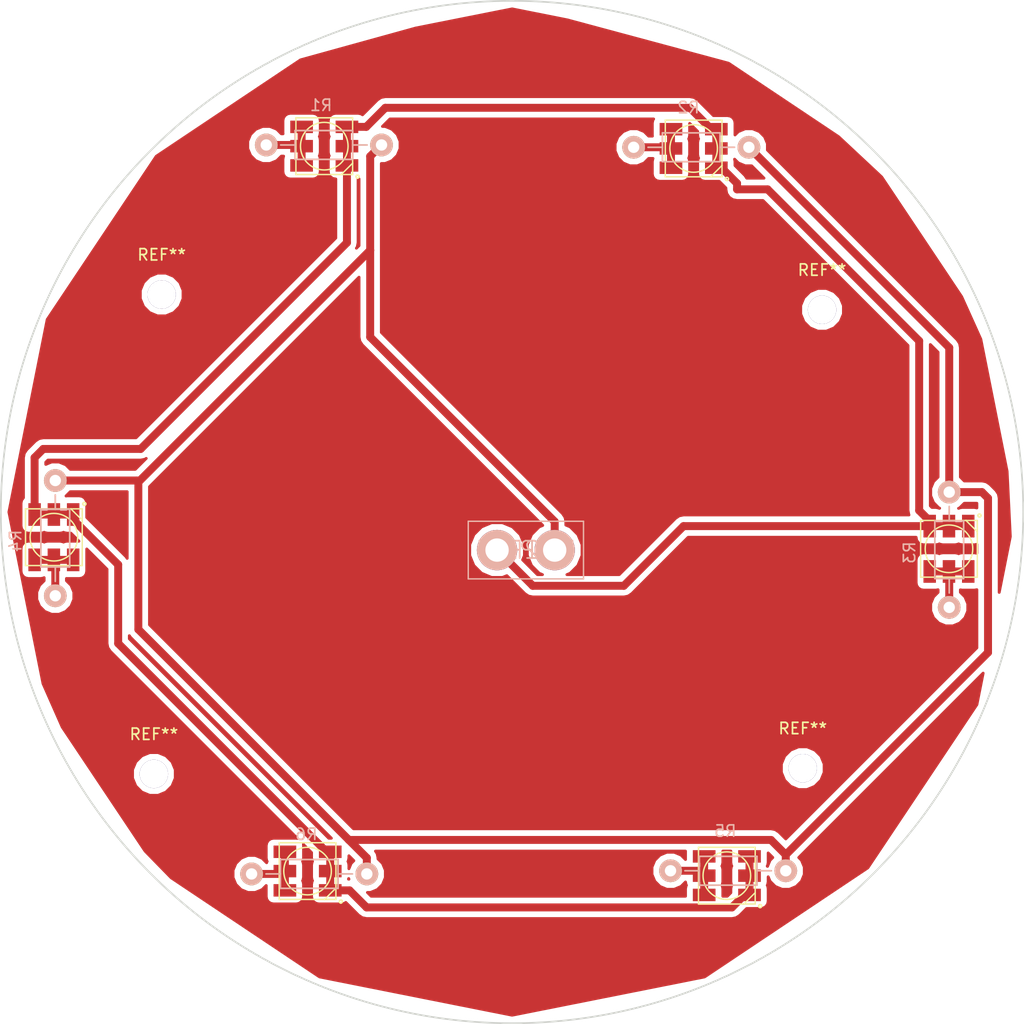
<source format=kicad_pcb>
(kicad_pcb (version 4) (host pcbnew "(2015-11-24 BZR 6329, Git e511afd)-product")

  (general
    (links 42)
    (no_connects 0)
    (area 139.67058 68.06798 229.95022 158.34762)
    (thickness 1.6)
    (drawings 1)
    (tracks 89)
    (zones 0)
    (modules 17)
    (nets 9)
  )

  (page A4)
  (layers
    (0 F.Cu signal)
    (31 B.Cu signal)
    (32 B.Adhes user)
    (33 F.Adhes user)
    (34 B.Paste user)
    (35 F.Paste user)
    (36 B.SilkS user)
    (37 F.SilkS user)
    (38 B.Mask user)
    (39 F.Mask user)
    (40 Dwgs.User user)
    (41 Cmts.User user)
    (42 Eco1.User user)
    (43 Eco2.User user)
    (44 Edge.Cuts user)
    (45 Margin user)
    (46 B.CrtYd user)
    (47 F.CrtYd user)
    (48 B.Fab user)
    (49 F.Fab user)
  )

  (setup
    (last_trace_width 0.25)
    (user_trace_width 0.7)
    (trace_clearance 0.2)
    (zone_clearance 0.508)
    (zone_45_only no)
    (trace_min 0.2)
    (segment_width 0.2)
    (edge_width 0.15)
    (via_size 0.6)
    (via_drill 0.4)
    (via_min_size 0.4)
    (via_min_drill 0.3)
    (user_via 1 0.6)
    (uvia_size 0.3)
    (uvia_drill 0.1)
    (uvias_allowed no)
    (uvia_min_size 0.2)
    (uvia_min_drill 0.1)
    (pcb_text_width 0.3)
    (pcb_text_size 1.5 1.5)
    (mod_edge_width 0.15)
    (mod_text_size 1 1)
    (mod_text_width 0.15)
    (pad_size 1.99898 1.09982)
    (pad_drill 0)
    (pad_to_mask_clearance 0.2)
    (aux_axis_origin 0 0)
    (visible_elements FFFFFF7F)
    (pcbplotparams
      (layerselection 0x00030_80000001)
      (usegerberextensions false)
      (excludeedgelayer true)
      (linewidth 0.100000)
      (plotframeref false)
      (viasonmask false)
      (mode 1)
      (useauxorigin false)
      (hpglpennumber 1)
      (hpglpenspeed 20)
      (hpglpendiameter 15)
      (hpglpenoverlay 2)
      (psnegative false)
      (psa4output false)
      (plotreference true)
      (plotvalue true)
      (plotinvisibletext false)
      (padsonsilk false)
      (subtractmaskfromsilk false)
      (outputformat 1)
      (mirror false)
      (drillshape 1)
      (scaleselection 1)
      (outputdirectory ""))
  )

  (net 0 "")
  (net 1 GND)
  (net 2 +BATT)
  (net 3 "Net-(R1-Pad2)")
  (net 4 "Net-(R2-Pad2)")
  (net 5 "Net-(R3-Pad2)")
  (net 6 "Net-(R4-Pad2)")
  (net 7 "Net-(R5-Pad2)")
  (net 8 "Net-(R6-Pad2)")

  (net_class Default "This is the default net class."
    (clearance 0.2)
    (trace_width 0.25)
    (via_dia 0.6)
    (via_drill 0.4)
    (uvia_dia 0.3)
    (uvia_drill 0.1)
    (add_net +BATT)
    (add_net GND)
    (add_net "Net-(R1-Pad2)")
    (add_net "Net-(R2-Pad2)")
    (add_net "Net-(R3-Pad2)")
    (add_net "Net-(R4-Pad2)")
    (add_net "Net-(R5-Pad2)")
    (add_net "Net-(R6-Pad2)")
  )

  (module adafruit2:RGBLED5050 (layer F.Cu) (tedit 0) (tstamp 56971611)
    (at 166.78402 144.85874)
    (path /56971B46)
    (fp_text reference U5 (at 0.84074 -2.26314) (layer Eco1.User)
      (effects (font (size 1.27 1.27) (thickness 0.1016)))
    )
    (fp_text value RGBLED5050_RGBLED5050 (at 1.81102 4.73456) (layer Eco1.User)
      (effects (font (size 1.27 1.27) (thickness 0.1016)))
    )
    (fp_line (start -2.49936 -2.49936) (end 2.49936 -2.49936) (layer F.SilkS) (width 0.127))
    (fp_line (start 2.49936 -2.49936) (end 2.49936 1.4986) (layer F.SilkS) (width 0.127))
    (fp_line (start 2.49936 1.4986) (end 2.49936 2.49936) (layer F.SilkS) (width 0.127))
    (fp_line (start 2.49936 2.49936) (end 1.4986 2.49936) (layer F.SilkS) (width 0.127))
    (fp_line (start 1.4986 2.49936) (end -2.49936 2.49936) (layer F.SilkS) (width 0.127))
    (fp_line (start -2.49936 2.49936) (end -2.49936 -2.49936) (layer F.SilkS) (width 0.127))
    (fp_line (start 1.4986 2.49936) (end 2.49936 1.4986) (layer F.SilkS) (width 0.127))
    (fp_circle (center 2.9337 2.68732) (end 3.0734 2.68732) (layer F.SilkS) (width 0.127))
    (fp_circle (center 0 0) (end 2.09804 0) (layer F.SilkS) (width 0.127))
    (pad 1 smd rect (at -1.99898 -1.69926) (size 1.99898 1.09982) (layers F.Cu F.Paste F.Mask)
      (net 8 "Net-(R6-Pad2)"))
    (pad 2 smd rect (at -1.99898 0) (size 1.99898 1.09982) (layers F.Cu F.Paste F.Mask)
      (net 8 "Net-(R6-Pad2)"))
    (pad 3 smd rect (at -1.99898 1.69926) (size 1.99898 1.09982) (layers F.Cu F.Paste F.Mask)
      (net 8 "Net-(R6-Pad2)"))
    (pad 4 smd rect (at 1.99898 1.69926) (size 1.99898 1.09982) (layers F.Cu F.Paste F.Mask)
      (net 1 GND))
    (pad 5 smd rect (at 1.99898 0) (size 1.99898 1.09982) (layers F.Cu F.Paste F.Mask)
      (net 1 GND))
    (pad 6 smd rect (at 1.99898 -1.69926) (size 1.99898 1.09982) (layers F.Cu F.Paste F.Mask)
      (net 1 GND))
  )

  (module Resistors_ThroughHole:Resistor_Horizontal_RM10mm (layer B.Cu) (tedit 53F56209) (tstamp 569715DF)
    (at 166.9288 145.1102 180)
    (descr "Resistor, Axial,  RM 10mm, 1/3W,")
    (tags "Resistor, Axial, RM 10mm, 1/3W,")
    (path /56971B69)
    (fp_text reference R6 (at 0.24892 3.50012 180) (layer B.SilkS)
      (effects (font (size 1 1) (thickness 0.15)) (justify mirror))
    )
    (fp_text value 150 (at 3.81 -3.81 180) (layer B.Fab)
      (effects (font (size 1 1) (thickness 0.15)) (justify mirror))
    )
    (fp_line (start -2.54 1.27) (end 2.54 1.27) (layer B.SilkS) (width 0.15))
    (fp_line (start 2.54 1.27) (end 2.54 -1.27) (layer B.SilkS) (width 0.15))
    (fp_line (start 2.54 -1.27) (end -2.54 -1.27) (layer B.SilkS) (width 0.15))
    (fp_line (start -2.54 -1.27) (end -2.54 1.27) (layer B.SilkS) (width 0.15))
    (fp_line (start -2.54 0) (end -3.81 0) (layer B.SilkS) (width 0.15))
    (fp_line (start 2.54 0) (end 3.81 0) (layer B.SilkS) (width 0.15))
    (pad 1 thru_hole circle (at -5.08 0 180) (size 1.99898 1.99898) (drill 1.00076) (layers *.Cu *.SilkS *.Mask)
      (net 2 +BATT))
    (pad 2 thru_hole circle (at 5.08 0 180) (size 1.99898 1.99898) (drill 1.00076) (layers *.Cu *.SilkS *.Mask)
      (net 8 "Net-(R6-Pad2)"))
    (model Resistors_ThroughHole.3dshapes/Resistor_Horizontal_RM10mm.wrl
      (at (xyz 0 0 0))
      (scale (xyz 0.4 0.4 0.4))
      (rotate (xyz 0 0 0))
    )
  )

  (module SparkFun:SparkFun-1X02_XTRA_BIG (layer B.Cu) (tedit 200000) (tstamp 569715BB)
    (at 186.0296 116.5606)
    (path /56971DEE)
    (attr virtual)
    (fp_text reference JP1 (at 0 0) (layer B.SilkS)
      (effects (font (thickness 0.15)) (justify mirror))
    )
    (fp_text value M02PTH (at 0 0) (layer B.SilkS)
      (effects (font (thickness 0.15)) (justify mirror))
    )
    (fp_line (start -5.08 2.54) (end -5.08 -2.54) (layer B.SilkS) (width 0.127))
    (fp_line (start -5.08 -2.54) (end 5.08 -2.54) (layer B.SilkS) (width 0.127))
    (fp_line (start 5.08 -2.54) (end 5.08 2.54) (layer B.SilkS) (width 0.127))
    (fp_line (start 5.08 2.54) (end -5.08 2.54) (layer B.SilkS) (width 0.127))
    (pad 1 thru_hole circle (at -2.54 0) (size 3.556 3.556) (drill 2.0574) (layers *.Cu B.Paste B.SilkS B.Mask)
      (net 1 GND))
    (pad 2 thru_hole circle (at 2.54 0) (size 3.556 3.556) (drill 2.0574) (layers *.Cu B.Paste B.SilkS B.Mask)
      (net 2 +BATT))
  )

  (module Resistors_ThroughHole:Resistor_Horizontal_RM10mm (layer B.Cu) (tedit 53F56209) (tstamp 569715C1)
    (at 168.2242 80.8482 180)
    (descr "Resistor, Axial,  RM 10mm, 1/3W,")
    (tags "Resistor, Axial, RM 10mm, 1/3W,")
    (path /56970DB0)
    (fp_text reference R1 (at 0.24892 3.50012 180) (layer B.SilkS)
      (effects (font (size 1 1) (thickness 0.15)) (justify mirror))
    )
    (fp_text value 150 (at 3.81 -3.81 180) (layer B.Fab)
      (effects (font (size 1 1) (thickness 0.15)) (justify mirror))
    )
    (fp_line (start -2.54 1.27) (end 2.54 1.27) (layer B.SilkS) (width 0.15))
    (fp_line (start 2.54 1.27) (end 2.54 -1.27) (layer B.SilkS) (width 0.15))
    (fp_line (start 2.54 -1.27) (end -2.54 -1.27) (layer B.SilkS) (width 0.15))
    (fp_line (start -2.54 -1.27) (end -2.54 1.27) (layer B.SilkS) (width 0.15))
    (fp_line (start -2.54 0) (end -3.81 0) (layer B.SilkS) (width 0.15))
    (fp_line (start 2.54 0) (end 3.81 0) (layer B.SilkS) (width 0.15))
    (pad 1 thru_hole circle (at -5.08 0 180) (size 1.99898 1.99898) (drill 1.00076) (layers *.Cu *.SilkS *.Mask)
      (net 2 +BATT))
    (pad 2 thru_hole circle (at 5.08 0 180) (size 1.99898 1.99898) (drill 1.00076) (layers *.Cu *.SilkS *.Mask)
      (net 3 "Net-(R1-Pad2)"))
    (model Resistors_ThroughHole.3dshapes/Resistor_Horizontal_RM10mm.wrl
      (at (xyz 0 0 0))
      (scale (xyz 0.4 0.4 0.4))
      (rotate (xyz 0 0 0))
    )
  )

  (module Resistors_ThroughHole:Resistor_Horizontal_RM10mm (layer B.Cu) (tedit 53F56209) (tstamp 569715C7)
    (at 200.6092 81.0514 180)
    (descr "Resistor, Axial,  RM 10mm, 1/3W,")
    (tags "Resistor, Axial, RM 10mm, 1/3W,")
    (path /56970FAF)
    (fp_text reference R2 (at 0.24892 3.50012 180) (layer B.SilkS)
      (effects (font (size 1 1) (thickness 0.15)) (justify mirror))
    )
    (fp_text value 150 (at 3.81 -3.81 180) (layer B.Fab)
      (effects (font (size 1 1) (thickness 0.15)) (justify mirror))
    )
    (fp_line (start -2.54 1.27) (end 2.54 1.27) (layer B.SilkS) (width 0.15))
    (fp_line (start 2.54 1.27) (end 2.54 -1.27) (layer B.SilkS) (width 0.15))
    (fp_line (start 2.54 -1.27) (end -2.54 -1.27) (layer B.SilkS) (width 0.15))
    (fp_line (start -2.54 -1.27) (end -2.54 1.27) (layer B.SilkS) (width 0.15))
    (fp_line (start -2.54 0) (end -3.81 0) (layer B.SilkS) (width 0.15))
    (fp_line (start 2.54 0) (end 3.81 0) (layer B.SilkS) (width 0.15))
    (pad 1 thru_hole circle (at -5.08 0 180) (size 1.99898 1.99898) (drill 1.00076) (layers *.Cu *.SilkS *.Mask)
      (net 2 +BATT))
    (pad 2 thru_hole circle (at 5.08 0 180) (size 1.99898 1.99898) (drill 1.00076) (layers *.Cu *.SilkS *.Mask)
      (net 4 "Net-(R2-Pad2)"))
    (model Resistors_ThroughHole.3dshapes/Resistor_Horizontal_RM10mm.wrl
      (at (xyz 0 0 0))
      (scale (xyz 0.4 0.4 0.4))
      (rotate (xyz 0 0 0))
    )
  )

  (module Resistors_ThroughHole:Resistor_Horizontal_RM10mm (layer B.Cu) (tedit 53F56209) (tstamp 569715CD)
    (at 223.350956 116.530954 270)
    (descr "Resistor, Axial,  RM 10mm, 1/3W,")
    (tags "Resistor, Axial, RM 10mm, 1/3W,")
    (path /5697121A)
    (fp_text reference R3 (at 0.24892 3.50012 270) (layer B.SilkS)
      (effects (font (size 1 1) (thickness 0.15)) (justify mirror))
    )
    (fp_text value 150 (at 3.81 -3.81 270) (layer B.Fab)
      (effects (font (size 1 1) (thickness 0.15)) (justify mirror))
    )
    (fp_line (start -2.54 1.27) (end 2.54 1.27) (layer B.SilkS) (width 0.15))
    (fp_line (start 2.54 1.27) (end 2.54 -1.27) (layer B.SilkS) (width 0.15))
    (fp_line (start 2.54 -1.27) (end -2.54 -1.27) (layer B.SilkS) (width 0.15))
    (fp_line (start -2.54 -1.27) (end -2.54 1.27) (layer B.SilkS) (width 0.15))
    (fp_line (start -2.54 0) (end -3.81 0) (layer B.SilkS) (width 0.15))
    (fp_line (start 2.54 0) (end 3.81 0) (layer B.SilkS) (width 0.15))
    (pad 1 thru_hole circle (at -5.08 0 270) (size 1.99898 1.99898) (drill 1.00076) (layers *.Cu *.SilkS *.Mask)
      (net 2 +BATT))
    (pad 2 thru_hole circle (at 5.08 0 270) (size 1.99898 1.99898) (drill 1.00076) (layers *.Cu *.SilkS *.Mask)
      (net 5 "Net-(R3-Pad2)"))
    (model Resistors_ThroughHole.3dshapes/Resistor_Horizontal_RM10mm.wrl
      (at (xyz 0 0 0))
      (scale (xyz 0.4 0.4 0.4))
      (rotate (xyz 0 0 0))
    )
  )

  (module Resistors_ThroughHole:Resistor_Horizontal_RM10mm (layer B.Cu) (tedit 53F56209) (tstamp 569715D3)
    (at 144.545225 115.508421 270)
    (descr "Resistor, Axial,  RM 10mm, 1/3W,")
    (tags "Resistor, Axial, RM 10mm, 1/3W,")
    (path /5697197C)
    (fp_text reference R4 (at 0.24892 3.50012 270) (layer B.SilkS)
      (effects (font (size 1 1) (thickness 0.15)) (justify mirror))
    )
    (fp_text value 150 (at 3.81 -3.81 270) (layer B.Fab)
      (effects (font (size 1 1) (thickness 0.15)) (justify mirror))
    )
    (fp_line (start -2.54 1.27) (end 2.54 1.27) (layer B.SilkS) (width 0.15))
    (fp_line (start 2.54 1.27) (end 2.54 -1.27) (layer B.SilkS) (width 0.15))
    (fp_line (start 2.54 -1.27) (end -2.54 -1.27) (layer B.SilkS) (width 0.15))
    (fp_line (start -2.54 -1.27) (end -2.54 1.27) (layer B.SilkS) (width 0.15))
    (fp_line (start -2.54 0) (end -3.81 0) (layer B.SilkS) (width 0.15))
    (fp_line (start 2.54 0) (end 3.81 0) (layer B.SilkS) (width 0.15))
    (pad 1 thru_hole circle (at -5.08 0 270) (size 1.99898 1.99898) (drill 1.00076) (layers *.Cu *.SilkS *.Mask)
      (net 2 +BATT))
    (pad 2 thru_hole circle (at 5.08 0 270) (size 1.99898 1.99898) (drill 1.00076) (layers *.Cu *.SilkS *.Mask)
      (net 6 "Net-(R4-Pad2)"))
    (model Resistors_ThroughHole.3dshapes/Resistor_Horizontal_RM10mm.wrl
      (at (xyz 0 0 0))
      (scale (xyz 0.4 0.4 0.4))
      (rotate (xyz 0 0 0))
    )
  )

  (module Resistors_ThroughHole:Resistor_Horizontal_RM10mm (layer B.Cu) (tedit 53F56209) (tstamp 569715D9)
    (at 203.8604 144.8308 180)
    (descr "Resistor, Axial,  RM 10mm, 1/3W,")
    (tags "Resistor, Axial, RM 10mm, 1/3W,")
    (path /56971715)
    (fp_text reference R5 (at 0.24892 3.50012 180) (layer B.SilkS)
      (effects (font (size 1 1) (thickness 0.15)) (justify mirror))
    )
    (fp_text value 150 (at 3.81 -3.81 180) (layer B.Fab)
      (effects (font (size 1 1) (thickness 0.15)) (justify mirror))
    )
    (fp_line (start -2.54 1.27) (end 2.54 1.27) (layer B.SilkS) (width 0.15))
    (fp_line (start 2.54 1.27) (end 2.54 -1.27) (layer B.SilkS) (width 0.15))
    (fp_line (start 2.54 -1.27) (end -2.54 -1.27) (layer B.SilkS) (width 0.15))
    (fp_line (start -2.54 -1.27) (end -2.54 1.27) (layer B.SilkS) (width 0.15))
    (fp_line (start -2.54 0) (end -3.81 0) (layer B.SilkS) (width 0.15))
    (fp_line (start 2.54 0) (end 3.81 0) (layer B.SilkS) (width 0.15))
    (pad 1 thru_hole circle (at -5.08 0 180) (size 1.99898 1.99898) (drill 1.00076) (layers *.Cu *.SilkS *.Mask)
      (net 2 +BATT))
    (pad 2 thru_hole circle (at 5.08 0 180) (size 1.99898 1.99898) (drill 1.00076) (layers *.Cu *.SilkS *.Mask)
      (net 7 "Net-(R5-Pad2)"))
    (model Resistors_ThroughHole.3dshapes/Resistor_Horizontal_RM10mm.wrl
      (at (xyz 0 0 0))
      (scale (xyz 0.4 0.4 0.4))
      (rotate (xyz 0 0 0))
    )
  )

  (module adafruit2:RGBLED5050 (layer F.Cu) (tedit 0) (tstamp 569715E9)
    (at 168.25722 80.95234)
    (path /56970D59)
    (fp_text reference U1 (at 0.84074 -2.26314) (layer Eco1.User)
      (effects (font (size 1.27 1.27) (thickness 0.1016)))
    )
    (fp_text value RGBLED5050_RGBLED5050 (at 1.81102 4.73456) (layer Eco1.User)
      (effects (font (size 1.27 1.27) (thickness 0.1016)))
    )
    (fp_line (start -2.49936 -2.49936) (end 2.49936 -2.49936) (layer F.SilkS) (width 0.127))
    (fp_line (start 2.49936 -2.49936) (end 2.49936 1.4986) (layer F.SilkS) (width 0.127))
    (fp_line (start 2.49936 1.4986) (end 2.49936 2.49936) (layer F.SilkS) (width 0.127))
    (fp_line (start 2.49936 2.49936) (end 1.4986 2.49936) (layer F.SilkS) (width 0.127))
    (fp_line (start 1.4986 2.49936) (end -2.49936 2.49936) (layer F.SilkS) (width 0.127))
    (fp_line (start -2.49936 2.49936) (end -2.49936 -2.49936) (layer F.SilkS) (width 0.127))
    (fp_line (start 1.4986 2.49936) (end 2.49936 1.4986) (layer F.SilkS) (width 0.127))
    (fp_circle (center 2.9337 2.68732) (end 3.0734 2.68732) (layer F.SilkS) (width 0.127))
    (fp_circle (center 0 0) (end 2.09804 0) (layer F.SilkS) (width 0.127))
    (pad 1 smd rect (at -1.99898 -1.69926) (size 1.99898 1.09982) (layers F.Cu F.Paste F.Mask)
      (net 3 "Net-(R1-Pad2)"))
    (pad 2 smd rect (at -1.99898 0) (size 1.99898 1.09982) (layers F.Cu F.Paste F.Mask)
      (net 3 "Net-(R1-Pad2)"))
    (pad 3 smd rect (at -1.99898 1.69926) (size 1.99898 1.09982) (layers F.Cu F.Paste F.Mask)
      (net 3 "Net-(R1-Pad2)"))
    (pad 4 smd rect (at 1.99898 1.69926) (size 1.99898 1.09982) (layers F.Cu F.Paste F.Mask)
      (net 1 GND))
    (pad 5 smd rect (at 1.99898 0) (size 1.99898 1.09982) (layers F.Cu F.Paste F.Mask)
      (net 1 GND))
    (pad 6 smd rect (at 1.99898 -1.69926) (size 1.99898 1.09982) (layers F.Cu F.Paste F.Mask)
      (net 1 GND))
  )

  (module adafruit2:RGBLED5050 (layer F.Cu) (tedit 0) (tstamp 569715F3)
    (at 200.82002 81.15554)
    (path /56970EC7)
    (fp_text reference U2 (at 0.84074 -2.26314) (layer Eco1.User)
      (effects (font (size 1.27 1.27) (thickness 0.1016)))
    )
    (fp_text value RGBLED5050_RGBLED5050 (at 1.81102 4.73456) (layer Eco1.User)
      (effects (font (size 1.27 1.27) (thickness 0.1016)))
    )
    (fp_line (start -2.49936 -2.49936) (end 2.49936 -2.49936) (layer F.SilkS) (width 0.127))
    (fp_line (start 2.49936 -2.49936) (end 2.49936 1.4986) (layer F.SilkS) (width 0.127))
    (fp_line (start 2.49936 1.4986) (end 2.49936 2.49936) (layer F.SilkS) (width 0.127))
    (fp_line (start 2.49936 2.49936) (end 1.4986 2.49936) (layer F.SilkS) (width 0.127))
    (fp_line (start 1.4986 2.49936) (end -2.49936 2.49936) (layer F.SilkS) (width 0.127))
    (fp_line (start -2.49936 2.49936) (end -2.49936 -2.49936) (layer F.SilkS) (width 0.127))
    (fp_line (start 1.4986 2.49936) (end 2.49936 1.4986) (layer F.SilkS) (width 0.127))
    (fp_circle (center 2.9337 2.68732) (end 3.0734 2.68732) (layer F.SilkS) (width 0.127))
    (fp_circle (center 0 0) (end 2.09804 0) (layer F.SilkS) (width 0.127))
    (pad 1 smd rect (at -1.99898 -1.69926) (size 1.99898 1.09982) (layers F.Cu F.Paste F.Mask)
      (net 4 "Net-(R2-Pad2)"))
    (pad 2 smd rect (at -1.99898 0) (size 1.99898 1.09982) (layers F.Cu F.Paste F.Mask)
      (net 4 "Net-(R2-Pad2)"))
    (pad 3 smd rect (at -1.99898 1.69926) (size 1.99898 1.09982) (layers F.Cu F.Paste F.Mask)
      (net 4 "Net-(R2-Pad2)"))
    (pad 4 smd rect (at 1.99898 1.69926) (size 1.99898 1.09982) (layers F.Cu F.Paste F.Mask)
      (net 1 GND))
    (pad 5 smd rect (at 1.99898 0) (size 1.99898 1.09982) (layers F.Cu F.Paste F.Mask)
      (net 1 GND))
    (pad 6 smd rect (at 1.99898 -1.69926) (size 1.99898 1.09982) (layers F.Cu F.Paste F.Mask)
      (net 1 GND))
  )

  (module adafruit2:RGBLED5050 (layer F.Cu) (tedit 0) (tstamp 569715FD)
    (at 223.328096 116.447134 90)
    (path /56971135)
    (fp_text reference U3 (at 0.84074 -2.26314 90) (layer Eco1.User)
      (effects (font (size 1.27 1.27) (thickness 0.1016)))
    )
    (fp_text value RGBLED5050_RGBLED5050 (at 1.81102 4.73456 90) (layer Eco1.User)
      (effects (font (size 1.27 1.27) (thickness 0.1016)))
    )
    (fp_line (start -2.49936 -2.49936) (end 2.49936 -2.49936) (layer F.SilkS) (width 0.127))
    (fp_line (start 2.49936 -2.49936) (end 2.49936 1.4986) (layer F.SilkS) (width 0.127))
    (fp_line (start 2.49936 1.4986) (end 2.49936 2.49936) (layer F.SilkS) (width 0.127))
    (fp_line (start 2.49936 2.49936) (end 1.4986 2.49936) (layer F.SilkS) (width 0.127))
    (fp_line (start 1.4986 2.49936) (end -2.49936 2.49936) (layer F.SilkS) (width 0.127))
    (fp_line (start -2.49936 2.49936) (end -2.49936 -2.49936) (layer F.SilkS) (width 0.127))
    (fp_line (start 1.4986 2.49936) (end 2.49936 1.4986) (layer F.SilkS) (width 0.127))
    (fp_circle (center 2.9337 2.68732) (end 3.0734 2.68732) (layer F.SilkS) (width 0.127))
    (fp_circle (center 0 0) (end 2.09804 0) (layer F.SilkS) (width 0.127))
    (pad 1 smd rect (at -1.99898 -1.69926 90) (size 1.99898 1.09982) (layers F.Cu F.Paste F.Mask)
      (net 5 "Net-(R3-Pad2)"))
    (pad 2 smd rect (at -1.99898 0 90) (size 1.99898 1.09982) (layers F.Cu F.Paste F.Mask)
      (net 5 "Net-(R3-Pad2)"))
    (pad 3 smd rect (at -1.99898 1.69926 90) (size 1.99898 1.09982) (layers F.Cu F.Paste F.Mask)
      (net 5 "Net-(R3-Pad2)"))
    (pad 4 smd rect (at 1.99898 1.69926 90) (size 1.99898 1.09982) (layers F.Cu F.Paste F.Mask)
      (net 1 GND))
    (pad 5 smd rect (at 1.99898 0 90) (size 1.99898 1.09982) (layers F.Cu F.Paste F.Mask)
      (net 1 GND))
    (pad 6 smd rect (at 1.99898 -1.69926 90) (size 1.99898 1.09982) (layers F.Cu F.Paste F.Mask)
      (net 1 GND))
  )

  (module adafruit2:RGBLED5050 (layer F.Cu) (tedit 0) (tstamp 56971607)
    (at 144.420765 115.424601 90)
    (path /569717B9)
    (fp_text reference U4 (at 0.84074 -2.26314 90) (layer Eco1.User)
      (effects (font (size 1.27 1.27) (thickness 0.1016)))
    )
    (fp_text value RGBLED5050_RGBLED5050 (at 1.81102 4.73456 90) (layer Eco1.User)
      (effects (font (size 1.27 1.27) (thickness 0.1016)))
    )
    (fp_line (start -2.49936 -2.49936) (end 2.49936 -2.49936) (layer F.SilkS) (width 0.127))
    (fp_line (start 2.49936 -2.49936) (end 2.49936 1.4986) (layer F.SilkS) (width 0.127))
    (fp_line (start 2.49936 1.4986) (end 2.49936 2.49936) (layer F.SilkS) (width 0.127))
    (fp_line (start 2.49936 2.49936) (end 1.4986 2.49936) (layer F.SilkS) (width 0.127))
    (fp_line (start 1.4986 2.49936) (end -2.49936 2.49936) (layer F.SilkS) (width 0.127))
    (fp_line (start -2.49936 2.49936) (end -2.49936 -2.49936) (layer F.SilkS) (width 0.127))
    (fp_line (start 1.4986 2.49936) (end 2.49936 1.4986) (layer F.SilkS) (width 0.127))
    (fp_circle (center 2.9337 2.68732) (end 3.0734 2.68732) (layer F.SilkS) (width 0.127))
    (fp_circle (center 0 0) (end 2.09804 0) (layer F.SilkS) (width 0.127))
    (pad 1 smd rect (at -1.99898 -1.69926 90) (size 1.99898 1.09982) (layers F.Cu F.Paste F.Mask)
      (net 6 "Net-(R4-Pad2)"))
    (pad 2 smd rect (at -1.99898 0 90) (size 1.99898 1.09982) (layers F.Cu F.Paste F.Mask)
      (net 6 "Net-(R4-Pad2)"))
    (pad 3 smd rect (at -1.99898 1.69926 90) (size 1.99898 1.09982) (layers F.Cu F.Paste F.Mask)
      (net 6 "Net-(R4-Pad2)"))
    (pad 4 smd rect (at 1.99898 1.69926 90) (size 1.99898 1.09982) (layers F.Cu F.Paste F.Mask)
      (net 1 GND))
    (pad 5 smd rect (at 1.99898 0 90) (size 1.99898 1.09982) (layers F.Cu F.Paste F.Mask)
      (net 1 GND))
    (pad 6 smd rect (at 1.99898 -1.69926 90) (size 1.99898 1.09982) (layers F.Cu F.Paste F.Mask)
      (net 1 GND))
  )

  (module adafruit2:RGBLED5050 (layer F.Cu) (tedit 0) (tstamp 5697161B)
    (at 203.7461 145.2626)
    (path /5697170B)
    (fp_text reference U6 (at 0.84074 -2.26314) (layer Eco1.User)
      (effects (font (size 1.27 1.27) (thickness 0.1016)))
    )
    (fp_text value RGBLED5050_RGBLED5050 (at 1.81102 4.73456) (layer Eco1.User)
      (effects (font (size 1.27 1.27) (thickness 0.1016)))
    )
    (fp_line (start -2.49936 -2.49936) (end 2.49936 -2.49936) (layer F.SilkS) (width 0.127))
    (fp_line (start 2.49936 -2.49936) (end 2.49936 1.4986) (layer F.SilkS) (width 0.127))
    (fp_line (start 2.49936 1.4986) (end 2.49936 2.49936) (layer F.SilkS) (width 0.127))
    (fp_line (start 2.49936 2.49936) (end 1.4986 2.49936) (layer F.SilkS) (width 0.127))
    (fp_line (start 1.4986 2.49936) (end -2.49936 2.49936) (layer F.SilkS) (width 0.127))
    (fp_line (start -2.49936 2.49936) (end -2.49936 -2.49936) (layer F.SilkS) (width 0.127))
    (fp_line (start 1.4986 2.49936) (end 2.49936 1.4986) (layer F.SilkS) (width 0.127))
    (fp_circle (center 2.9337 2.68732) (end 3.0734 2.68732) (layer F.SilkS) (width 0.127))
    (fp_circle (center 0 0) (end 2.09804 0) (layer F.SilkS) (width 0.127))
    (pad 1 smd rect (at -1.99898 -1.69926) (size 1.99898 1.09982) (layers F.Cu F.Paste F.Mask)
      (net 7 "Net-(R5-Pad2)"))
    (pad 2 smd rect (at -1.99898 0) (size 1.99898 1.09982) (layers F.Cu F.Paste F.Mask)
      (net 7 "Net-(R5-Pad2)"))
    (pad 3 smd rect (at -1.99898 1.69926) (size 1.99898 1.09982) (layers F.Cu F.Paste F.Mask)
      (net 7 "Net-(R5-Pad2)"))
    (pad 4 smd rect (at 1.99898 1.69926) (size 1.99898 1.09982) (layers F.Cu F.Paste F.Mask)
      (net 1 GND))
    (pad 5 smd rect (at 1.99898 0) (size 1.99898 1.09982) (layers F.Cu F.Paste F.Mask)
      (net 1 GND))
    (pad 6 smd rect (at 1.99898 -1.69926) (size 1.99898 1.09982) (layers F.Cu F.Paste F.Mask)
      (net 1 GND))
  )

  (module Mounting_Holes:MountingHole_2-5mm (layer F.Cu) (tedit 0) (tstamp 569722CC)
    (at 153.924 94.0308)
    (descr "Mounting hole, Befestigungsbohrung, 2,5mm, No Annular, Kein Restring,")
    (tags "Mounting hole, Befestigungsbohrung, 2,5mm, No Annular, Kein Restring,")
    (fp_text reference REF** (at 0 -3.50012) (layer F.SilkS)
      (effects (font (size 1 1) (thickness 0.15)))
    )
    (fp_text value MountingHole_2-5mm (at 0.09906 3.59918) (layer F.Fab)
      (effects (font (size 1 1) (thickness 0.15)))
    )
    (fp_circle (center 0 0) (end 2.5 0) (layer Cmts.User) (width 0.381))
    (pad 1 thru_hole circle (at 0 0) (size 2.5 2.5) (drill 2.5) (layers))
  )

  (module Mounting_Holes:MountingHole_2-5mm (layer F.Cu) (tedit 0) (tstamp 569722D2)
    (at 212.1408 95.377)
    (descr "Mounting hole, Befestigungsbohrung, 2,5mm, No Annular, Kein Restring,")
    (tags "Mounting hole, Befestigungsbohrung, 2,5mm, No Annular, Kein Restring,")
    (fp_text reference REF** (at 0 -3.50012) (layer F.SilkS)
      (effects (font (size 1 1) (thickness 0.15)))
    )
    (fp_text value MountingHole_2-5mm (at 0.09906 3.59918) (layer F.Fab)
      (effects (font (size 1 1) (thickness 0.15)))
    )
    (fp_circle (center 0 0) (end 2.5 0) (layer Cmts.User) (width 0.381))
    (pad 1 thru_hole circle (at 0 0) (size 2.5 2.5) (drill 2.5) (layers))
  )

  (module Mounting_Holes:MountingHole_2-5mm (layer F.Cu) (tedit 0) (tstamp 569722D8)
    (at 210.439 135.7884)
    (descr "Mounting hole, Befestigungsbohrung, 2,5mm, No Annular, Kein Restring,")
    (tags "Mounting hole, Befestigungsbohrung, 2,5mm, No Annular, Kein Restring,")
    (fp_text reference REF** (at 0 -3.50012) (layer F.SilkS)
      (effects (font (size 1 1) (thickness 0.15)))
    )
    (fp_text value MountingHole_2-5mm (at 0.09906 3.59918) (layer F.Fab)
      (effects (font (size 1 1) (thickness 0.15)))
    )
    (fp_circle (center 0 0) (end 2.5 0) (layer Cmts.User) (width 0.381))
    (pad 1 thru_hole circle (at 0 0) (size 2.5 2.5) (drill 2.5) (layers))
  )

  (module Mounting_Holes:MountingHole_2-5mm (layer F.Cu) (tedit 0) (tstamp 569722DE)
    (at 153.2382 136.2964)
    (descr "Mounting hole, Befestigungsbohrung, 2,5mm, No Annular, Kein Restring,")
    (tags "Mounting hole, Befestigungsbohrung, 2,5mm, No Annular, Kein Restring,")
    (fp_text reference REF** (at 0 -3.50012) (layer F.SilkS)
      (effects (font (size 1 1) (thickness 0.15)))
    )
    (fp_text value MountingHole_2-5mm (at 0.09906 3.59918) (layer F.Fab)
      (effects (font (size 1 1) (thickness 0.15)))
    )
    (fp_circle (center 0 0) (end 2.5 0) (layer Cmts.User) (width 0.381))
    (pad 1 thru_hole circle (at 0 0) (size 2.5 2.5) (drill 2.5) (layers))
  )

  (gr_circle (center 184.8104 113.2078) (end 191.5922 68.6562) (layer Edge.Cuts) (width 0.15))

  (segment (start 194.6656 119.7102) (end 199.927646 114.448154) (width 0.7) (layer F.Cu) (net 1))
  (segment (start 199.927646 114.448154) (end 221.628836 114.448154) (width 0.7) (layer F.Cu) (net 1))
  (segment (start 186.6392 119.7102) (end 194.6656 119.7102) (width 0.7) (layer F.Cu) (net 1))
  (segment (start 183.4896 116.5606) (end 186.6392 119.7102) (width 0.7) (layer F.Cu) (net 1))
  (segment (start 173.63717 77.5716) (end 200.48474 77.5716) (width 0.7) (layer F.Cu) (net 1))
  (segment (start 200.48474 77.5716) (end 202.36942 79.45628) (width 0.7) (layer F.Cu) (net 1))
  (segment (start 202.36942 79.45628) (end 202.819 79.45628) (width 0.7) (layer F.Cu) (net 1))
  (segment (start 170.2562 79.25308) (end 171.95569 79.25308) (width 0.7) (layer F.Cu) (net 1))
  (segment (start 171.95569 79.25308) (end 173.63717 77.5716) (width 0.7) (layer F.Cu) (net 1))
  (segment (start 204.6478 84.7598) (end 204.6478 84.23402) (width 0.7) (layer F.Cu) (net 1))
  (segment (start 204.6478 84.23402) (end 203.26858 82.8548) (width 0.7) (layer F.Cu) (net 1))
  (segment (start 203.26858 82.8548) (end 202.819 82.8548) (width 0.7) (layer F.Cu) (net 1))
  (segment (start 207.3402 84.7598) (end 204.6478 84.7598) (width 0.7) (layer F.Cu) (net 1))
  (segment (start 220.7006 98.1202) (end 207.3402 84.7598) (width 0.7) (layer F.Cu) (net 1))
  (segment (start 220.7006 113.070338) (end 220.7006 98.1202) (width 0.7) (layer F.Cu) (net 1))
  (segment (start 221.628836 114.448154) (end 221.628836 113.998574) (width 0.7) (layer F.Cu) (net 1))
  (segment (start 221.628836 113.998574) (end 220.7006 113.070338) (width 0.7) (layer F.Cu) (net 1))
  (segment (start 143.4846 107.6452) (end 142.721505 108.408295) (width 0.7) (layer F.Cu) (net 1))
  (segment (start 142.721505 108.408295) (end 142.721505 113.425621) (width 0.7) (layer F.Cu) (net 1))
  (segment (start 152.0698 107.6452) (end 143.4846 107.6452) (width 0.7) (layer F.Cu) (net 1))
  (segment (start 170.2562 89.4588) (end 152.0698 107.6452) (width 0.7) (layer F.Cu) (net 1))
  (segment (start 170.2562 82.6516) (end 170.2562 89.4588) (width 0.7) (layer F.Cu) (net 1))
  (segment (start 150.0886 124.7902) (end 150.0886 117.843776) (width 0.7) (layer F.Cu) (net 1))
  (segment (start 150.0886 117.843776) (end 146.120025 113.875201) (width 0.7) (layer F.Cu) (net 1))
  (segment (start 146.120025 113.875201) (end 146.120025 113.425621) (width 0.7) (layer F.Cu) (net 1))
  (segment (start 168.45788 143.15948) (end 150.0886 124.7902) (width 0.7) (layer F.Cu) (net 1))
  (segment (start 168.783 143.15948) (end 168.45788 143.15948) (width 0.7) (layer F.Cu) (net 1))
  (segment (start 205.74508 146.96186) (end 205.2955 146.96186) (width 0.7) (layer F.Cu) (net 1))
  (segment (start 170.48249 146.558) (end 168.783 146.558) (width 0.7) (layer F.Cu) (net 1))
  (segment (start 205.2955 146.96186) (end 204.195589 148.061771) (width 0.7) (layer F.Cu) (net 1))
  (segment (start 204.195589 148.061771) (end 171.986261 148.061771) (width 0.7) (layer F.Cu) (net 1))
  (segment (start 171.986261 148.061771) (end 170.48249 146.558) (width 0.7) (layer F.Cu) (net 1))
  (segment (start 223.328096 114.448154) (end 221.628836 114.448154) (width 0.7) (layer F.Cu) (net 1))
  (segment (start 225.027356 114.448154) (end 223.328096 114.448154) (width 0.7) (layer F.Cu) (net 1))
  (segment (start 205.74508 143.56334) (end 205.74508 145.2626) (width 0.7) (layer F.Cu) (net 1))
  (segment (start 205.74508 146.96186) (end 205.74508 145.2626) (width 0.7) (layer F.Cu) (net 1))
  (segment (start 168.783 146.558) (end 168.783 144.85874) (width 0.7) (layer F.Cu) (net 1))
  (segment (start 168.783 143.15948) (end 168.783 144.85874) (width 0.7) (layer F.Cu) (net 1))
  (segment (start 146.120025 113.425621) (end 144.420765 113.425621) (width 0.7) (layer F.Cu) (net 1))
  (segment (start 142.721505 113.425621) (end 144.420765 113.425621) (width 0.7) (layer F.Cu) (net 1))
  (segment (start 170.2562 82.6516) (end 170.2562 80.95234) (width 0.7) (layer F.Cu) (net 1))
  (segment (start 170.2562 79.25308) (end 170.2562 80.95234) (width 0.7) (layer F.Cu) (net 1))
  (segment (start 202.819 82.8548) (end 202.819 81.15554) (width 0.7) (layer F.Cu) (net 1))
  (segment (start 202.819 79.45628) (end 202.819 81.15554) (width 0.7) (layer F.Cu) (net 1))
  (segment (start 172.304711 97.78124) (end 172.304711 90.128089) (width 0.7) (layer F.Cu) (net 2))
  (segment (start 188.5696 116.5606) (end 188.5696 114.046129) (width 0.7) (layer F.Cu) (net 2))
  (segment (start 188.5696 114.046129) (end 172.304711 97.78124) (width 0.7) (layer F.Cu) (net 2))
  (segment (start 172.0088 143.696708) (end 170.425092 142.113) (width 0.7) (layer F.Cu) (net 2))
  (segment (start 170.425092 142.113) (end 151.8666 123.554508) (width 0.7) (layer F.Cu) (net 2))
  (segment (start 208.9404 144.8308) (end 208.9404 143.417308) (width 0.7) (layer F.Cu) (net 2))
  (segment (start 208.9404 143.417308) (end 207.636092 142.113) (width 0.7) (layer F.Cu) (net 2))
  (segment (start 207.636092 142.113) (end 170.425092 142.113) (width 0.7) (layer F.Cu) (net 2))
  (segment (start 172.0088 145.1102) (end 172.0088 143.696708) (width 0.7) (layer F.Cu) (net 2))
  (segment (start 151.8666 123.554508) (end 151.8666 110.5662) (width 0.7) (layer F.Cu) (net 2))
  (segment (start 151.8666 110.5662) (end 151.728821 110.428421) (width 0.7) (layer F.Cu) (net 2))
  (segment (start 151.728821 110.428421) (end 144.545225 110.428421) (width 0.7) (layer F.Cu) (net 2))
  (segment (start 172.304711 90.128089) (end 151.8666 110.5662) (width 0.7) (layer F.Cu) (net 2))
  (segment (start 173.3042 80.8482) (end 172.304711 81.847689) (width 0.7) (layer F.Cu) (net 2))
  (segment (start 172.304711 81.847689) (end 172.304711 90.128089) (width 0.7) (layer F.Cu) (net 2))
  (segment (start 223.350956 111.450954) (end 223.350956 98.713156) (width 0.7) (layer F.Cu) (net 2))
  (segment (start 223.350956 98.713156) (end 205.6892 81.0514) (width 0.7) (layer F.Cu) (net 2))
  (segment (start 226.7712 111.9886) (end 226.233554 111.450954) (width 0.7) (layer F.Cu) (net 2))
  (segment (start 226.233554 111.450954) (end 223.350956 111.450954) (width 0.7) (layer F.Cu) (net 2))
  (segment (start 226.7712 125.586508) (end 226.7712 111.9886) (width 0.7) (layer F.Cu) (net 2))
  (segment (start 208.9404 143.417308) (end 226.7712 125.586508) (width 0.7) (layer F.Cu) (net 2))
  (segment (start 166.25824 82.6516) (end 166.25824 80.95234) (width 0.7) (layer F.Cu) (net 3))
  (segment (start 166.25824 80.95234) (end 166.25824 79.25308) (width 0.7) (layer F.Cu) (net 3))
  (segment (start 163.1442 80.8482) (end 166.1541 80.8482) (width 0.7) (layer F.Cu) (net 3))
  (segment (start 166.1541 80.8482) (end 166.25824 80.95234) (width 0.7) (layer F.Cu) (net 3))
  (segment (start 198.82104 82.8548) (end 198.82104 81.15554) (width 0.7) (layer F.Cu) (net 4))
  (segment (start 198.82104 79.45628) (end 198.82104 81.15554) (width 0.7) (layer F.Cu) (net 4))
  (segment (start 195.5292 81.0514) (end 198.7169 81.0514) (width 0.7) (layer F.Cu) (net 4))
  (segment (start 198.7169 81.0514) (end 198.82104 81.15554) (width 0.7) (layer F.Cu) (net 4))
  (segment (start 223.328096 118.446114) (end 221.628836 118.446114) (width 0.7) (layer F.Cu) (net 5))
  (segment (start 225.027356 118.446114) (end 223.328096 118.446114) (width 0.7) (layer F.Cu) (net 5))
  (segment (start 223.350956 121.610954) (end 223.350956 118.468974) (width 0.7) (layer F.Cu) (net 5))
  (segment (start 223.350956 118.468974) (end 223.328096 118.446114) (width 0.7) (layer F.Cu) (net 5))
  (segment (start 142.721505 117.423581) (end 144.420765 117.423581) (width 0.7) (layer F.Cu) (net 6))
  (segment (start 146.120025 117.423581) (end 144.420765 117.423581) (width 0.7) (layer F.Cu) (net 6))
  (segment (start 144.545225 120.588421) (end 144.545225 117.548041) (width 0.7) (layer F.Cu) (net 6))
  (segment (start 144.545225 117.548041) (end 144.420765 117.423581) (width 0.7) (layer F.Cu) (net 6))
  (segment (start 201.74712 143.56334) (end 201.74712 145.2626) (width 0.7) (layer F.Cu) (net 7))
  (segment (start 201.74712 146.96186) (end 201.74712 145.2626) (width 0.7) (layer F.Cu) (net 7))
  (segment (start 198.7804 144.8308) (end 201.31532 144.8308) (width 0.7) (layer F.Cu) (net 7))
  (segment (start 201.31532 144.8308) (end 201.74712 145.2626) (width 0.7) (layer F.Cu) (net 7))
  (segment (start 161.8488 145.1102) (end 164.53358 145.1102) (width 0.7) (layer F.Cu) (net 8))
  (segment (start 164.53358 145.1102) (end 164.78504 144.85874) (width 0.7) (layer F.Cu) (net 8))
  (segment (start 164.78504 143.15948) (end 164.78504 144.85874) (width 0.7) (layer F.Cu) (net 8))
  (segment (start 164.78504 146.558) (end 164.78504 144.85874) (width 0.7) (layer F.Cu) (net 8))

  (zone (net 0) (net_name "") (layer F.Cu) (tstamp 0) (hatch edge 0.508)
    (connect_pads (clearance 0.508))
    (min_thickness 0.254)
    (fill yes (arc_segments 16) (thermal_gap 0.508) (thermal_bridge_width 0.508))
    (polygon
      (pts
        (xy 184.2262 68.2244) (xy 207.8482 74.5744) (xy 221.4626 87.2998) (xy 228.219 102.2858) (xy 229.0826 119.8626)
        (xy 226.7204 129.2098) (xy 217.4494 144.0942) (xy 201.6252 154.9654) (xy 184.8358 158.0134) (xy 169.418 155.321)
        (xy 158.3182 149.2758) (xy 147.828 138.5316) (xy 141.224 123.571) (xy 139.9032 110.363) (xy 143.2052 96.4438)
        (xy 151.5872 83.0072) (xy 162.5346 74.2188)
      )
    )
    (filled_polygon
      (pts
        (xy 189.674576 69.820526) (xy 203.903949 73.645626) (xy 213.599489 80.123979) (xy 217.395134 83.671773) (xy 224.443267 94.220051)
        (xy 226.134476 97.971227) (xy 228.452407 109.624252) (xy 228.734795 115.371686) (xy 227.7562 120.291416) (xy 227.7562 111.9886)
        (xy 227.681221 111.611657) (xy 227.4677 111.2921) (xy 226.930054 110.754454) (xy 226.610497 110.540933) (xy 226.233554 110.465954)
        (xy 224.677178 110.465954) (xy 224.335956 110.124136) (xy 224.335956 98.713156) (xy 224.260977 98.336213) (xy 224.047456 98.016656)
        (xy 207.32348 81.29268) (xy 207.323974 80.727706) (xy 207.075662 80.126745) (xy 206.616273 79.666554) (xy 206.015747 79.417194)
        (xy 205.365506 79.416626) (xy 204.764545 79.664938) (xy 204.46593 79.963033) (xy 204.46593 78.90637) (xy 204.421652 78.671053)
        (xy 204.28258 78.454929) (xy 204.07038 78.309939) (xy 203.81849 78.25893) (xy 202.56507 78.25893) (xy 201.18124 76.8751)
        (xy 200.861683 76.661579) (xy 200.48474 76.5866) (xy 173.63717 76.5866) (xy 173.260227 76.661579) (xy 172.94067 76.8751)
        (xy 171.627258 78.188512) (xy 171.50758 78.106739) (xy 171.25569 78.05573) (xy 169.25671 78.05573) (xy 169.021393 78.100008)
        (xy 168.805269 78.23908) (xy 168.660279 78.45128) (xy 168.60927 78.70317) (xy 168.60927 79.80299) (xy 168.653548 80.038307)
        (xy 168.694005 80.10118) (xy 168.660279 80.15054) (xy 168.60927 80.40243) (xy 168.60927 81.50225) (xy 168.653548 81.737567)
        (xy 168.694005 81.80044) (xy 168.660279 81.8498) (xy 168.60927 82.10169) (xy 168.60927 83.20151) (xy 168.653548 83.436827)
        (xy 168.79262 83.652951) (xy 169.00482 83.797941) (xy 169.25671 83.84895) (xy 169.2712 83.84895) (xy 169.2712 89.050799)
        (xy 151.6618 106.6602) (xy 143.4846 106.6602) (xy 143.107657 106.735179) (xy 142.7881 106.9487) (xy 142.025005 107.711795)
        (xy 141.811484 108.031352) (xy 141.736505 108.408295) (xy 141.736505 111.951519) (xy 141.720154 111.962041) (xy 141.575164 112.174241)
        (xy 141.524155 112.426131) (xy 141.524155 114.425111) (xy 141.568433 114.660428) (xy 141.707505 114.876552) (xy 141.919705 115.021542)
        (xy 142.171595 115.072551) (xy 143.271415 115.072551) (xy 143.506732 115.028273) (xy 143.569605 114.987816) (xy 143.618965 115.021542)
        (xy 143.870855 115.072551) (xy 144.970675 115.072551) (xy 145.205992 115.028273) (xy 145.268865 114.987816) (xy 145.318225 115.021542)
        (xy 145.570115 115.072551) (xy 145.924375 115.072551) (xy 146.628475 115.776651) (xy 145.570115 115.776651) (xy 145.334798 115.820929)
        (xy 145.271925 115.861386) (xy 145.222565 115.82766) (xy 144.970675 115.776651) (xy 143.870855 115.776651) (xy 143.635538 115.820929)
        (xy 143.572665 115.861386) (xy 143.523305 115.82766) (xy 143.271415 115.776651) (xy 142.171595 115.776651) (xy 141.936278 115.820929)
        (xy 141.720154 115.960001) (xy 141.575164 116.172201) (xy 141.524155 116.424091) (xy 141.524155 118.423071) (xy 141.568433 118.658388)
        (xy 141.707505 118.874512) (xy 141.919705 119.019502) (xy 142.171595 119.070511) (xy 143.271415 119.070511) (xy 143.506732 119.026233)
        (xy 143.560225 118.991811) (xy 143.560225 119.262199) (xy 143.160379 119.661348) (xy 142.911019 120.261874) (xy 142.910451 120.912115)
        (xy 143.158763 121.513076) (xy 143.618152 121.973267) (xy 144.218678 122.222627) (xy 144.868919 122.223195) (xy 145.46988 121.974883)
        (xy 145.930071 121.515494) (xy 146.179431 120.914968) (xy 146.179999 120.264727) (xy 145.931687 119.663766) (xy 145.530225 119.261603)
        (xy 145.530225 119.062433) (xy 145.570115 119.070511) (xy 146.669935 119.070511) (xy 146.905252 119.026233) (xy 147.121376 118.887161)
        (xy 147.266366 118.674961) (xy 147.317375 118.423071) (xy 147.317375 116.465551) (xy 149.1036 118.251776) (xy 149.1036 124.7902)
        (xy 149.178579 125.167143) (xy 149.3921 125.4867) (xy 165.888606 141.983206) (xy 165.78453 141.96213) (xy 163.78555 141.96213)
        (xy 163.550233 142.006408) (xy 163.334109 142.14548) (xy 163.189119 142.35768) (xy 163.13811 142.60957) (xy 163.13811 143.70939)
        (xy 163.182388 143.944707) (xy 163.222845 144.00758) (xy 163.189119 144.05694) (xy 163.175296 144.1252) (xy 163.175022 144.1252)
        (xy 162.775873 143.725354) (xy 162.175347 143.475994) (xy 161.525106 143.475426) (xy 160.924145 143.723738) (xy 160.463954 144.183127)
        (xy 160.214594 144.783653) (xy 160.214026 145.433894) (xy 160.462338 146.034855) (xy 160.921727 146.495046) (xy 161.522253 146.744406)
        (xy 162.172494 146.744974) (xy 162.773455 146.496662) (xy 163.13811 146.132643) (xy 163.13811 147.10791) (xy 163.182388 147.343227)
        (xy 163.32146 147.559351) (xy 163.53366 147.704341) (xy 163.78555 147.75535) (xy 165.78453 147.75535) (xy 166.019847 147.711072)
        (xy 166.235971 147.572) (xy 166.380961 147.3598) (xy 166.43197 147.10791) (xy 166.43197 146.00809) (xy 166.387692 145.772773)
        (xy 166.347235 145.7099) (xy 166.380961 145.66054) (xy 166.43197 145.40865) (xy 166.43197 144.30883) (xy 166.387692 144.073513)
        (xy 166.347235 144.01064) (xy 166.380961 143.96128) (xy 166.43197 143.70939) (xy 166.43197 142.60957) (xy 166.412733 142.507333)
        (xy 167.13607 143.23067) (xy 167.13607 143.70939) (xy 167.180348 143.944707) (xy 167.220805 144.00758) (xy 167.187079 144.05694)
        (xy 167.13607 144.30883) (xy 167.13607 145.40865) (xy 167.180348 145.643967) (xy 167.220805 145.70684) (xy 167.187079 145.7562)
        (xy 167.13607 146.00809) (xy 167.13607 147.10791) (xy 167.180348 147.343227) (xy 167.31942 147.559351) (xy 167.53162 147.704341)
        (xy 167.78351 147.75535) (xy 169.78249 147.75535) (xy 170.017807 147.711072) (xy 170.154562 147.623072) (xy 171.289761 148.758271)
        (xy 171.609318 148.971792) (xy 171.986261 149.046771) (xy 204.195589 149.046771) (xy 204.572532 148.971792) (xy 204.892089 148.758271)
        (xy 205.49115 148.15921) (xy 206.74457 148.15921) (xy 206.979887 148.114932) (xy 207.196011 147.97586) (xy 207.341001 147.76366)
        (xy 207.39201 147.51177) (xy 207.39201 146.41195) (xy 207.347732 146.176633) (xy 207.307275 146.11376) (xy 207.341001 146.0644)
        (xy 207.39201 145.81251) (xy 207.39201 145.363559) (xy 207.553938 145.755455) (xy 208.013327 146.215646) (xy 208.613853 146.465006)
        (xy 209.264094 146.465574) (xy 209.865055 146.217262) (xy 210.325246 145.757873) (xy 210.574606 145.157347) (xy 210.575174 144.507106)
        (xy 210.326862 143.906145) (xy 210.085923 143.664785) (xy 226.340105 127.410603) (xy 225.788909 130.181654) (xy 216.173993 144.571393)
        (xy 201.784254 154.186309) (xy 184.8104 157.562619) (xy 167.836546 154.186309) (xy 154.757718 145.447316) (xy 152.458795 143.092728)
        (xy 148.167069 136.669705) (xy 151.352874 136.669705) (xy 151.639243 137.362772) (xy 152.169039 137.893493) (xy 152.861605 138.181072)
        (xy 153.611505 138.181726) (xy 154.304572 137.895357) (xy 154.835293 137.365561) (xy 155.122872 136.672995) (xy 155.123526 135.923095)
        (xy 154.837157 135.230028) (xy 154.307361 134.699307) (xy 153.614795 134.411728) (xy 152.864895 134.411074) (xy 152.171828 134.697443)
        (xy 151.641107 135.227239) (xy 151.353528 135.919805) (xy 151.352874 136.669705) (xy 148.167069 136.669705) (xy 145.155114 132.161997)
        (xy 143.463577 128.330016) (xy 140.455581 113.2078) (xy 143.831891 96.233946) (xy 145.054551 94.404105) (xy 152.038674 94.404105)
        (xy 152.325043 95.097172) (xy 152.854839 95.627893) (xy 153.547405 95.915472) (xy 154.297305 95.916126) (xy 154.990372 95.629757)
        (xy 155.521093 95.099961) (xy 155.808672 94.407395) (xy 155.809326 93.657495) (xy 155.522957 92.964428) (xy 154.993161 92.433707)
        (xy 154.300595 92.146128) (xy 153.550695 92.145474) (xy 152.857628 92.431843) (xy 152.326907 92.961639) (xy 152.039328 93.654205)
        (xy 152.038674 94.404105) (xy 145.054551 94.404105) (xy 153.446807 81.844207) (xy 154.452994 81.171894) (xy 161.509426 81.171894)
        (xy 161.757738 81.772855) (xy 162.217127 82.233046) (xy 162.817653 82.482406) (xy 163.467894 82.482974) (xy 164.068855 82.234662)
        (xy 164.471018 81.8332) (xy 164.673661 81.8332) (xy 164.662319 81.8498) (xy 164.61131 82.10169) (xy 164.61131 83.20151)
        (xy 164.655588 83.436827) (xy 164.79466 83.652951) (xy 165.00686 83.797941) (xy 165.25875 83.84895) (xy 167.25773 83.84895)
        (xy 167.493047 83.804672) (xy 167.709171 83.6656) (xy 167.854161 83.4534) (xy 167.90517 83.20151) (xy 167.90517 82.10169)
        (xy 167.860892 81.866373) (xy 167.820435 81.8035) (xy 167.854161 81.75414) (xy 167.90517 81.50225) (xy 167.90517 80.40243)
        (xy 167.860892 80.167113) (xy 167.820435 80.10424) (xy 167.854161 80.05488) (xy 167.90517 79.80299) (xy 167.90517 78.70317)
        (xy 167.860892 78.467853) (xy 167.72182 78.251729) (xy 167.50962 78.106739) (xy 167.25773 78.05573) (xy 165.25875 78.05573)
        (xy 165.023433 78.100008) (xy 164.807309 78.23908) (xy 164.662319 78.45128) (xy 164.61131 78.70317) (xy 164.61131 79.80299)
        (xy 164.622639 79.8632) (xy 164.470422 79.8632) (xy 164.071273 79.463354) (xy 163.470747 79.213994) (xy 162.820506 79.213426)
        (xy 162.219545 79.461738) (xy 161.759354 79.921127) (xy 161.509994 80.521653) (xy 161.509426 81.171894) (xy 154.452994 81.171894)
        (xy 166.162117 73.348109) (xy 176.30948 70.543919) (xy 184.8104 68.852981)
      )
    )
    (filled_polygon
      (pts
        (xy 200.10019 143.839357) (xy 199.707473 143.445954) (xy 199.106947 143.196594) (xy 198.456706 143.196026) (xy 197.855745 143.444338)
        (xy 197.395554 143.903727) (xy 197.146194 144.504253) (xy 197.145626 145.154494) (xy 197.393938 145.755455) (xy 197.853327 146.215646)
        (xy 198.453853 146.465006) (xy 199.104094 146.465574) (xy 199.705055 146.217262) (xy 200.101822 145.821186) (xy 200.144468 146.047827)
        (xy 200.184925 146.1107) (xy 200.151199 146.16006) (xy 200.10019 146.41195) (xy 200.10019 147.076771) (xy 172.394261 147.076771)
        (xy 172.062228 146.744738) (xy 172.332494 146.744974) (xy 172.933455 146.496662) (xy 173.393646 146.037273) (xy 173.643006 145.436747)
        (xy 173.643574 144.786506) (xy 173.395262 144.185545) (xy 172.9938 143.783382) (xy 172.9938 143.696708) (xy 172.918821 143.319765)
        (xy 172.770642 143.098) (xy 200.10019 143.098)
      )
    )
    (filled_polygon
      (pts
        (xy 204.09815 144.11325) (xy 204.142428 144.348567) (xy 204.182885 144.41144) (xy 204.149159 144.4608) (xy 204.09815 144.71269)
        (xy 204.09815 145.81251) (xy 204.142428 146.047827) (xy 204.182885 146.1107) (xy 204.149159 146.16006) (xy 204.09815 146.41195)
        (xy 204.09815 146.76621) (xy 203.787589 147.076771) (xy 203.39405 147.076771) (xy 203.39405 146.41195) (xy 203.349772 146.176633)
        (xy 203.309315 146.11376) (xy 203.343041 146.0644) (xy 203.39405 145.81251) (xy 203.39405 144.71269) (xy 203.349772 144.477373)
        (xy 203.309315 144.4145) (xy 203.343041 144.36514) (xy 203.39405 144.11325) (xy 203.39405 143.098) (xy 204.09815 143.098)
      )
    )
    (filled_polygon
      (pts
        (xy 170.431503 145.573) (xy 170.396648 145.573) (xy 170.408112 145.516389)
      )
    )
    (filled_polygon
      (pts
        (xy 170.863295 143.944203) (xy 170.623954 144.183127) (xy 170.42993 144.650389) (xy 170.42993 144.30883) (xy 170.385652 144.073513)
        (xy 170.345195 144.01064) (xy 170.378921 143.96128) (xy 170.42993 143.70939) (xy 170.42993 143.510838)
      )
    )
    (filled_polygon
      (pts
        (xy 207.794895 143.664803) (xy 207.555554 143.903727) (xy 207.329269 144.448681) (xy 207.307275 144.4145) (xy 207.341001 144.36514)
        (xy 207.39201 144.11325) (xy 207.39201 143.261918)
      )
    )
    (filled_polygon
      (pts
        (xy 171.319711 97.78124) (xy 171.39469 98.158183) (xy 171.608211 98.47774) (xy 187.515675 114.385204) (xy 187.204531 114.513766)
        (xy 186.525151 115.191961) (xy 186.15702 116.078519) (xy 186.156183 117.03847) (xy 186.522766 117.925669) (xy 187.200961 118.605049)
        (xy 187.490317 118.7252) (xy 187.0472 118.7252) (xy 185.744476 117.422476) (xy 185.90218 117.042681) (xy 185.903017 116.08273)
        (xy 185.536434 115.195531) (xy 184.858239 114.516151) (xy 183.971681 114.14802) (xy 183.01173 114.147183) (xy 182.124531 114.513766)
        (xy 181.445151 115.191961) (xy 181.07702 116.078519) (xy 181.076183 117.03847) (xy 181.442766 117.925669) (xy 182.120961 118.605049)
        (xy 183.007519 118.97318) (xy 183.96747 118.974017) (xy 184.351386 118.815386) (xy 185.9427 120.4067) (xy 186.262257 120.620221)
        (xy 186.6392 120.6952) (xy 194.6656 120.6952) (xy 195.042543 120.620221) (xy 195.3621 120.4067) (xy 200.335646 115.433154)
        (xy 220.431486 115.433154) (xy 220.431486 115.447644) (xy 220.475764 115.682961) (xy 220.614836 115.899085) (xy 220.827036 116.044075)
        (xy 221.078926 116.095084) (xy 222.178746 116.095084) (xy 222.414063 116.050806) (xy 222.476936 116.010349) (xy 222.526296 116.044075)
        (xy 222.778186 116.095084) (xy 223.878006 116.095084) (xy 224.113323 116.050806) (xy 224.176196 116.010349) (xy 224.225556 116.044075)
        (xy 224.477446 116.095084) (xy 225.577266 116.095084) (xy 225.7862 116.05577) (xy 225.7862 116.841494) (xy 225.577266 116.799184)
        (xy 224.477446 116.799184) (xy 224.242129 116.843462) (xy 224.179256 116.883919) (xy 224.129896 116.850193) (xy 223.878006 116.799184)
        (xy 222.778186 116.799184) (xy 222.542869 116.843462) (xy 222.479996 116.883919) (xy 222.430636 116.850193) (xy 222.178746 116.799184)
        (xy 221.078926 116.799184) (xy 220.843609 116.843462) (xy 220.627485 116.982534) (xy 220.482495 117.194734) (xy 220.431486 117.446624)
        (xy 220.431486 119.445604) (xy 220.475764 119.680921) (xy 220.614836 119.897045) (xy 220.827036 120.042035) (xy 221.078926 120.093044)
        (xy 222.178746 120.093044) (xy 222.365956 120.057818) (xy 222.365956 120.284732) (xy 221.96611 120.683881) (xy 221.71675 121.284407)
        (xy 221.716182 121.934648) (xy 221.964494 122.535609) (xy 222.423883 122.9958) (xy 223.024409 123.24516) (xy 223.67465 123.245728)
        (xy 224.275611 122.997416) (xy 224.735802 122.538027) (xy 224.985162 121.937501) (xy 224.98573 121.28726) (xy 224.737418 120.686299)
        (xy 224.335956 120.284136) (xy 224.335956 120.064392) (xy 224.477446 120.093044) (xy 225.577266 120.093044) (xy 225.7862 120.05373)
        (xy 225.7862 125.178508) (xy 208.9404 142.024308) (xy 208.332592 141.4165) (xy 208.013035 141.202979) (xy 207.636092 141.128)
        (xy 170.833092 141.128) (xy 165.866797 136.161705) (xy 208.553674 136.161705) (xy 208.840043 136.854772) (xy 209.369839 137.385493)
        (xy 210.062405 137.673072) (xy 210.812305 137.673726) (xy 211.505372 137.387357) (xy 212.036093 136.857561) (xy 212.323672 136.164995)
        (xy 212.324326 135.415095) (xy 212.037957 134.722028) (xy 211.508161 134.191307) (xy 210.815595 133.903728) (xy 210.065695 133.903074)
        (xy 209.372628 134.189443) (xy 208.841907 134.719239) (xy 208.554328 135.411805) (xy 208.553674 136.161705) (xy 165.866797 136.161705)
        (xy 152.8516 123.146508) (xy 152.8516 110.9742) (xy 171.319711 92.506089)
      )
    )
    (filled_polygon
      (pts
        (xy 151.1701 124.251008) (xy 168.881222 141.96213) (xy 168.65353 141.96213) (xy 151.0736 124.3822) (xy 151.0736 124.106585)
      )
    )
    (filled_polygon
      (pts
        (xy 197.225119 78.65448) (xy 197.17411 78.90637) (xy 197.17411 80.00619) (xy 197.185439 80.0664) (xy 196.855422 80.0664)
        (xy 196.456273 79.666554) (xy 195.855747 79.417194) (xy 195.205506 79.416626) (xy 194.604545 79.664938) (xy 194.144354 80.124327)
        (xy 193.894994 80.724853) (xy 193.894426 81.375094) (xy 194.142738 81.976055) (xy 194.602127 82.436246) (xy 195.202653 82.685606)
        (xy 195.852894 82.686174) (xy 196.453855 82.437862) (xy 196.856018 82.0364) (xy 197.236461 82.0364) (xy 197.225119 82.053)
        (xy 197.17411 82.30489) (xy 197.17411 83.40471) (xy 197.218388 83.640027) (xy 197.35746 83.856151) (xy 197.56966 84.001141)
        (xy 197.82155 84.05215) (xy 199.82053 84.05215) (xy 200.055847 84.007872) (xy 200.271971 83.8688) (xy 200.416961 83.6566)
        (xy 200.46797 83.40471) (xy 200.46797 82.30489) (xy 200.423692 82.069573) (xy 200.383235 82.0067) (xy 200.416961 81.95734)
        (xy 200.46797 81.70545) (xy 200.46797 80.60563) (xy 200.423692 80.370313) (xy 200.383235 80.30744) (xy 200.416961 80.25808)
        (xy 200.46797 80.00619) (xy 200.46797 78.94783) (xy 201.17207 79.65193) (xy 201.17207 80.00619) (xy 201.216348 80.241507)
        (xy 201.256805 80.30438) (xy 201.223079 80.35374) (xy 201.17207 80.60563) (xy 201.17207 81.70545) (xy 201.216348 81.940767)
        (xy 201.256805 82.00364) (xy 201.223079 82.053) (xy 201.17207 82.30489) (xy 201.17207 83.40471) (xy 201.216348 83.640027)
        (xy 201.35542 83.856151) (xy 201.56762 84.001141) (xy 201.81951 84.05215) (xy 203.07293 84.05215) (xy 203.6628 84.64202)
        (xy 203.6628 84.7598) (xy 203.737779 85.136743) (xy 203.9513 85.4563) (xy 204.270857 85.669821) (xy 204.6478 85.7448)
        (xy 206.9322 85.7448) (xy 219.7156 98.5282) (xy 219.7156 113.070338) (xy 219.790579 113.447281) (xy 219.801185 113.463154)
        (xy 199.927646 113.463154) (xy 199.550703 113.538133) (xy 199.231146 113.751654) (xy 194.2576 118.7252) (xy 189.649653 118.7252)
        (xy 189.934669 118.607434) (xy 190.614049 117.929239) (xy 190.98218 117.042681) (xy 190.983017 116.08273) (xy 190.616434 115.195531)
        (xy 189.938239 114.516151) (xy 189.5546 114.35685) (xy 189.5546 114.046129) (xy 189.479621 113.669186) (xy 189.2661 113.349629)
        (xy 173.289711 97.37324) (xy 173.289711 95.750305) (xy 210.255474 95.750305) (xy 210.541843 96.443372) (xy 211.071639 96.974093)
        (xy 211.764205 97.261672) (xy 212.514105 97.262326) (xy 213.207172 96.975957) (xy 213.737893 96.446161) (xy 214.025472 95.753595)
        (xy 214.026126 95.003695) (xy 213.739757 94.310628) (xy 213.209961 93.779907) (xy 212.517395 93.492328) (xy 211.767495 93.491674)
        (xy 211.074428 93.778043) (xy 210.543707 94.307839) (xy 210.256128 95.000405) (xy 210.255474 95.750305) (xy 173.289711 95.750305)
        (xy 173.289711 82.482679) (xy 173.627894 82.482974) (xy 174.228855 82.234662) (xy 174.689046 81.775273) (xy 174.938406 81.174747)
        (xy 174.938974 80.524506) (xy 174.690662 79.923545) (xy 174.231273 79.463354) (xy 173.630747 79.213994) (xy 173.387988 79.213782)
        (xy 174.04517 78.5566) (xy 197.291998 78.5566)
      )
    )
    (filled_polygon
      (pts
        (xy 150.8816 117.291699) (xy 150.7851 117.147276) (xy 147.317375 113.679551) (xy 147.317375 112.426131) (xy 147.273097 112.190814)
        (xy 147.134025 111.97469) (xy 146.921825 111.8297) (xy 146.669935 111.778691) (xy 145.570115 111.778691) (xy 145.491274 111.793526)
        (xy 145.872043 111.413421) (xy 150.8816 111.413421)
      )
    )
    (filled_polygon
      (pts
        (xy 224.179256 112.885959) (xy 224.171294 112.880519) (xy 224.217167 112.861564)
      )
    )
    (filled_polygon
      (pts
        (xy 222.365956 99.121156) (xy 222.365956 110.124732) (xy 221.96611 110.523881) (xy 221.71675 111.124407) (xy 221.716182 111.774648)
        (xy 221.964494 112.375609) (xy 222.423883 112.8358) (xy 222.505366 112.869635) (xy 222.479996 112.885959) (xy 222.430636 112.852233)
        (xy 222.178746 112.801224) (xy 221.824486 112.801224) (xy 221.6856 112.662338) (xy 221.6856 98.4408)
      )
    )
    (filled_polygon
      (pts
        (xy 225.7862 112.843534) (xy 225.577266 112.801224) (xy 224.477446 112.801224) (xy 224.267675 112.840695) (xy 224.275611 112.837416)
        (xy 224.677774 112.435954) (xy 225.7862 112.435954)
      )
    )
    (filled_polygon
      (pts
        (xy 151.596379 109.443421) (xy 145.871447 109.443421) (xy 145.472298 109.043575) (xy 144.871772 108.794215) (xy 144.221531 108.793647)
        (xy 143.706505 109.006451) (xy 143.706505 108.816295) (xy 143.8926 108.6302) (xy 152.0698 108.6302) (xy 152.446743 108.555221)
        (xy 152.560768 108.479032)
      )
    )
    (filled_polygon
      (pts
        (xy 171.319711 89.720089) (xy 171.090033 89.949767) (xy 171.166221 89.835743) (xy 171.2412 89.4588) (xy 171.2412 83.84895)
        (xy 171.25569 83.84895) (xy 171.319711 83.836904)
      )
    )
    (filled_polygon
      (pts
        (xy 204.762127 82.436246) (xy 205.362653 82.685606) (xy 205.930902 82.686102) (xy 207.0196 83.7748) (xy 205.502845 83.7748)
        (xy 205.3443 83.53752) (xy 204.46593 82.65915) (xy 204.46593 82.30489) (xy 204.427589 82.101124)
      )
    )
  )
)

</source>
